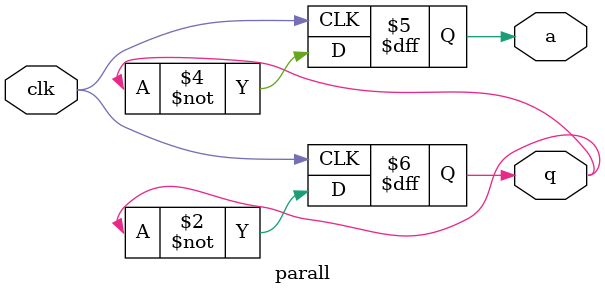
<source format=v>
module parall (q, a, clk);
//同時進行q,a一致
output q,a;
input clk;
reg q,a;

always @(negedge clk ) begin
    q = ~q; //a = ~q;
end

always @(negedge clk ) begin
    a = ~q; //q = ~q;
end

    
endmodule
</source>
